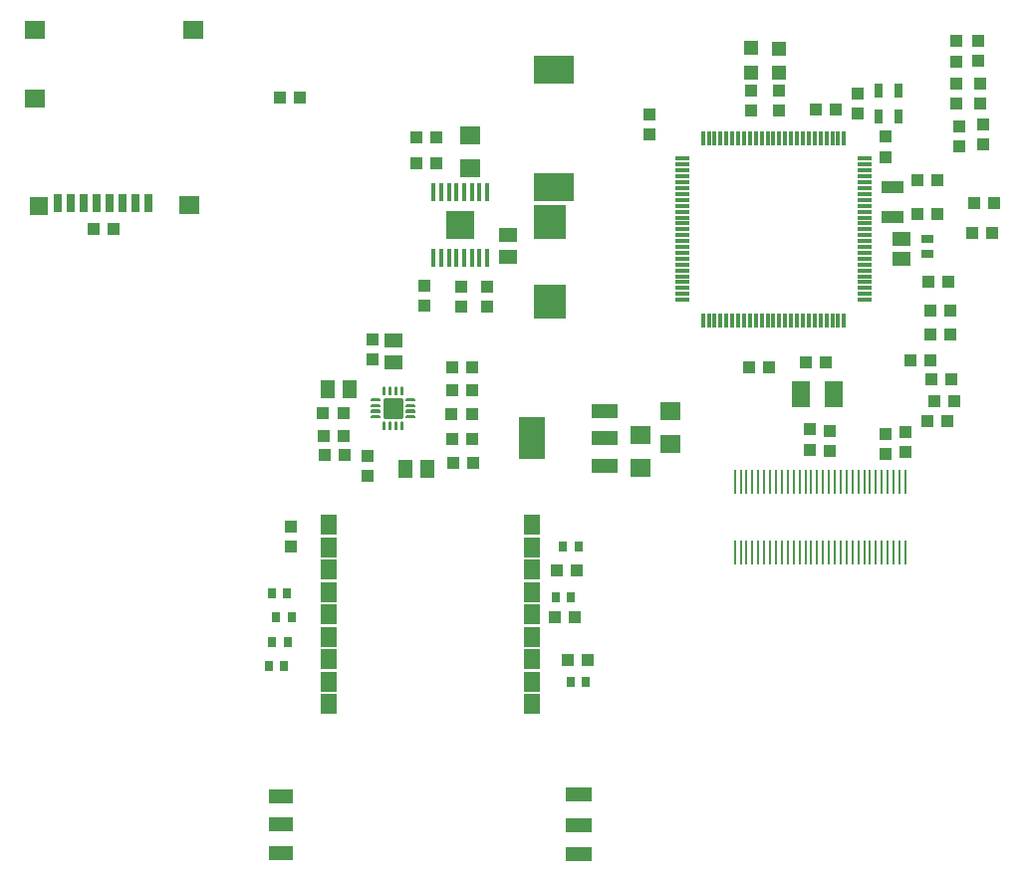
<source format=gtp>
G75*
G70*
%OFA0B0*%
%FSLAX24Y24*%
%IPPOS*%
%LPD*%
%AMOC8*
5,1,8,0,0,1.08239X$1,22.5*
%
%ADD10R,0.0394X0.0433*%
%ADD11R,0.0433X0.0394*%
%ADD12C,0.0083*%
%ADD13C,0.0167*%
%ADD14R,0.0512X0.0591*%
%ADD15R,0.0591X0.0512*%
%ADD16R,0.0118X0.0591*%
%ADD17R,0.0969X0.0969*%
%ADD18R,0.0709X0.0630*%
%ADD19R,0.1339X0.0945*%
%ADD20R,0.1063X0.1161*%
%ADD21R,0.0880X0.0480*%
%ADD22R,0.0866X0.1417*%
%ADD23R,0.0630X0.0866*%
%ADD24R,0.0492X0.0472*%
%ADD25R,0.0472X0.0126*%
%ADD26R,0.0126X0.0472*%
%ADD27R,0.0400X0.0250*%
%ADD28R,0.0748X0.0433*%
%ADD29R,0.0250X0.0500*%
%ADD30R,0.0551X0.0650*%
%ADD31R,0.0276X0.0354*%
%ADD32R,0.0098X0.0787*%
%ADD33R,0.0866X0.0472*%
%ADD34R,0.0787X0.0472*%
%ADD35R,0.0669X0.0591*%
%ADD36R,0.0315X0.0591*%
%ADD37R,0.0591X0.0591*%
D10*
X022624Y010945D03*
X023293Y010945D03*
X022870Y012378D03*
X022201Y012378D03*
X022251Y013942D03*
X022921Y013942D03*
X019455Y017549D03*
X018786Y017549D03*
X018766Y018329D03*
X019435Y018329D03*
X019415Y019169D03*
X018746Y019169D03*
X018766Y019969D03*
X019435Y019969D03*
X019435Y020749D03*
X018766Y020749D03*
X015115Y019189D03*
X014446Y019189D03*
X014466Y018429D03*
X015135Y018429D03*
X015175Y017809D03*
X014506Y017809D03*
X028697Y020723D03*
X029366Y020723D03*
X030600Y020908D03*
X031269Y020908D03*
X034083Y020955D03*
X034752Y020955D03*
X034784Y020320D03*
X035453Y020320D03*
X035564Y019608D03*
X034894Y019608D03*
X034677Y018952D03*
X035346Y018952D03*
X035435Y021852D03*
X034766Y021852D03*
X034755Y022630D03*
X035424Y022630D03*
X035363Y023605D03*
X034694Y023605D03*
X036168Y025230D03*
X036838Y025230D03*
X036903Y026237D03*
X036233Y026237D03*
X035013Y025883D03*
X034343Y025883D03*
X034335Y027015D03*
X035004Y027015D03*
X031587Y029367D03*
X030917Y029367D03*
X018234Y028425D03*
X017564Y028425D03*
X017564Y027565D03*
X018234Y027565D03*
X013658Y029762D03*
X012988Y029762D03*
D11*
X007436Y025375D03*
X006767Y025375D03*
X016101Y021683D03*
X016101Y021014D03*
X017819Y022810D03*
X019059Y022770D03*
X019059Y023440D03*
X017819Y023480D03*
X019939Y023440D03*
X019939Y022770D03*
X030727Y018655D03*
X031392Y018619D03*
X030727Y017986D03*
X031392Y017950D03*
X033252Y017844D03*
X033934Y017901D03*
X033934Y018571D03*
X033252Y018513D03*
X015941Y017783D03*
X015941Y017114D03*
X013357Y015392D03*
X013357Y014722D03*
X033249Y027785D03*
X033249Y028454D03*
X032336Y029229D03*
X032336Y029899D03*
X029710Y030000D03*
X028765Y029995D03*
X028765Y029326D03*
X029710Y029331D03*
X025372Y029194D03*
X025372Y028525D03*
X035639Y029580D03*
X036434Y029579D03*
X036434Y030248D03*
X035639Y030250D03*
X035646Y030985D03*
X036353Y031016D03*
X036353Y031685D03*
X035646Y031655D03*
X035724Y028819D03*
X036537Y028858D03*
X036537Y028188D03*
X035724Y028149D03*
D12*
X017487Y019682D02*
X017235Y019682D01*
X017487Y019682D02*
X017487Y019646D01*
X017235Y019646D01*
X017235Y019682D01*
X017235Y019485D02*
X017487Y019485D01*
X017487Y019449D01*
X017235Y019449D01*
X017235Y019485D01*
X017235Y019288D02*
X017487Y019288D01*
X017487Y019252D01*
X017235Y019252D01*
X017235Y019288D01*
X017235Y019091D02*
X017487Y019091D01*
X017487Y019055D01*
X017235Y019055D01*
X017235Y019091D01*
X017094Y018914D02*
X017094Y018662D01*
X017058Y018662D01*
X017058Y018914D01*
X017094Y018914D01*
X017094Y018744D02*
X017058Y018744D01*
X017058Y018826D02*
X017094Y018826D01*
X017094Y018908D02*
X017058Y018908D01*
X016897Y018914D02*
X016897Y018662D01*
X016861Y018662D01*
X016861Y018914D01*
X016897Y018914D01*
X016897Y018744D02*
X016861Y018744D01*
X016861Y018826D02*
X016897Y018826D01*
X016897Y018908D02*
X016861Y018908D01*
X016700Y018914D02*
X016700Y018662D01*
X016664Y018662D01*
X016664Y018914D01*
X016700Y018914D01*
X016700Y018744D02*
X016664Y018744D01*
X016664Y018826D02*
X016700Y018826D01*
X016700Y018908D02*
X016664Y018908D01*
X016504Y018914D02*
X016504Y018662D01*
X016468Y018662D01*
X016468Y018914D01*
X016504Y018914D01*
X016504Y018744D02*
X016468Y018744D01*
X016468Y018826D02*
X016504Y018826D01*
X016504Y018908D02*
X016468Y018908D01*
X016326Y019055D02*
X016074Y019055D01*
X016074Y019091D01*
X016326Y019091D01*
X016326Y019055D01*
X016326Y019252D02*
X016074Y019252D01*
X016074Y019288D01*
X016326Y019288D01*
X016326Y019252D01*
X016326Y019449D02*
X016074Y019449D01*
X016074Y019485D01*
X016326Y019485D01*
X016326Y019449D01*
X016326Y019646D02*
X016074Y019646D01*
X016074Y019682D01*
X016326Y019682D01*
X016326Y019646D01*
X016468Y019823D02*
X016468Y020075D01*
X016504Y020075D01*
X016504Y019823D01*
X016468Y019823D01*
X016468Y019905D02*
X016504Y019905D01*
X016504Y019987D02*
X016468Y019987D01*
X016468Y020069D02*
X016504Y020069D01*
X016664Y020075D02*
X016664Y019823D01*
X016664Y020075D02*
X016700Y020075D01*
X016700Y019823D01*
X016664Y019823D01*
X016664Y019905D02*
X016700Y019905D01*
X016700Y019987D02*
X016664Y019987D01*
X016664Y020069D02*
X016700Y020069D01*
X016861Y020075D02*
X016861Y019823D01*
X016861Y020075D02*
X016897Y020075D01*
X016897Y019823D01*
X016861Y019823D01*
X016861Y019905D02*
X016897Y019905D01*
X016897Y019987D02*
X016861Y019987D01*
X016861Y020069D02*
X016897Y020069D01*
X017058Y020075D02*
X017058Y019823D01*
X017058Y020075D02*
X017094Y020075D01*
X017094Y019823D01*
X017058Y019823D01*
X017058Y019905D02*
X017094Y019905D01*
X017094Y019987D02*
X017058Y019987D01*
X017058Y020069D02*
X017094Y020069D01*
D13*
X017032Y019620D02*
X016530Y019620D01*
X017032Y019620D02*
X017032Y019118D01*
X016530Y019118D01*
X016530Y019620D01*
X016530Y019284D02*
X017032Y019284D01*
X017032Y019450D02*
X016530Y019450D01*
X016530Y019616D02*
X017032Y019616D01*
D14*
X015335Y019989D03*
X014587Y019989D03*
X017187Y017349D03*
X017935Y017349D03*
D15*
X016801Y020895D03*
X016801Y021643D03*
X020639Y024431D03*
X020639Y025179D03*
X033810Y025025D03*
X033810Y024356D03*
D16*
X019927Y024403D03*
X019671Y024403D03*
X019415Y024403D03*
X019159Y024403D03*
X018903Y024403D03*
X018647Y024403D03*
X018391Y024403D03*
X018135Y024403D03*
X018135Y026607D03*
X018391Y026607D03*
X018647Y026607D03*
X018903Y026607D03*
X019159Y026607D03*
X019415Y026607D03*
X019671Y026607D03*
X019927Y026607D03*
D17*
X019031Y025505D03*
D18*
X019359Y027394D03*
X019359Y028496D03*
X026069Y019278D03*
X025063Y018468D03*
X026069Y018176D03*
X025063Y017365D03*
D19*
X022179Y026776D03*
X022179Y030713D03*
D20*
X022019Y025594D03*
X022019Y022936D03*
D21*
X023859Y019272D03*
X023859Y018362D03*
X023859Y017452D03*
D22*
X021418Y018362D03*
D23*
X030438Y019847D03*
X031540Y019847D03*
D24*
X029694Y030588D03*
X028750Y030595D03*
X028750Y031422D03*
X029694Y031415D03*
D25*
X032564Y027721D03*
X032564Y027524D03*
X032564Y027327D03*
X032564Y027130D03*
X032564Y026933D03*
X032564Y026736D03*
X032564Y026539D03*
X032564Y026343D03*
X032564Y026146D03*
X032564Y025949D03*
X032564Y025752D03*
X032564Y025555D03*
X032564Y025358D03*
X032564Y025162D03*
X032564Y024965D03*
X032564Y024768D03*
X032564Y024571D03*
X032564Y024374D03*
X032564Y024177D03*
X032564Y023980D03*
X032564Y023784D03*
X032564Y023587D03*
X032564Y023390D03*
X032564Y023193D03*
X032564Y022996D03*
X026462Y022996D03*
X026462Y023193D03*
X026462Y023390D03*
X026462Y023587D03*
X026462Y023784D03*
X026462Y023980D03*
X026462Y024177D03*
X026462Y024374D03*
X026462Y024571D03*
X026462Y024768D03*
X026462Y024965D03*
X026462Y025162D03*
X026462Y025358D03*
X026462Y025555D03*
X026462Y025752D03*
X026462Y025949D03*
X026462Y026146D03*
X026462Y026343D03*
X026462Y026539D03*
X026462Y026736D03*
X026462Y026933D03*
X026462Y027130D03*
X026462Y027327D03*
X026462Y027524D03*
X026462Y027721D03*
D26*
X027151Y028410D03*
X027348Y028410D03*
X027545Y028410D03*
X027741Y028410D03*
X027938Y028410D03*
X028135Y028410D03*
X028332Y028410D03*
X028529Y028410D03*
X028726Y028410D03*
X028923Y028410D03*
X029119Y028410D03*
X029316Y028410D03*
X029513Y028410D03*
X029710Y028410D03*
X029907Y028410D03*
X030104Y028410D03*
X030301Y028410D03*
X030497Y028410D03*
X030694Y028410D03*
X030891Y028410D03*
X031088Y028410D03*
X031285Y028410D03*
X031482Y028410D03*
X031679Y028410D03*
X031875Y028410D03*
X031875Y022307D03*
X031679Y022307D03*
X031482Y022307D03*
X031285Y022307D03*
X031088Y022307D03*
X030891Y022307D03*
X030694Y022307D03*
X030497Y022307D03*
X030301Y022307D03*
X030104Y022307D03*
X029907Y022307D03*
X029710Y022307D03*
X029513Y022307D03*
X029316Y022307D03*
X029119Y022307D03*
X028923Y022307D03*
X028726Y022307D03*
X028529Y022307D03*
X028332Y022307D03*
X028135Y022307D03*
X027938Y022307D03*
X027741Y022307D03*
X027545Y022307D03*
X027348Y022307D03*
X027151Y022307D03*
D27*
X034659Y024534D03*
X034659Y025034D03*
D28*
X033504Y025770D03*
X033504Y026754D03*
D29*
X033680Y029141D03*
X033020Y029141D03*
X033020Y030001D03*
X033680Y030001D03*
D30*
X021429Y015455D03*
X021428Y014711D03*
X021428Y013962D03*
X021429Y013214D03*
X021427Y012463D03*
X021428Y011717D03*
X021428Y010964D03*
X021428Y010215D03*
X021428Y009466D03*
X014620Y009471D03*
X014621Y010215D03*
X014621Y010964D03*
X014620Y011712D03*
X014622Y012463D03*
X014621Y013209D03*
X014621Y013962D03*
X014621Y014711D03*
X014621Y015460D03*
D31*
X013246Y013171D03*
X012734Y013171D03*
X012877Y012379D03*
X013389Y012379D03*
X013250Y011521D03*
X012738Y011521D03*
X012631Y010740D03*
X013143Y010740D03*
X022230Y013024D03*
X022742Y013024D03*
X022991Y014736D03*
X022479Y014736D03*
X022725Y010195D03*
X023237Y010195D03*
D32*
X028217Y014546D03*
X028414Y014546D03*
X028611Y014546D03*
X028808Y014546D03*
X029005Y014546D03*
X029202Y014546D03*
X029399Y014546D03*
X029595Y014546D03*
X029792Y014546D03*
X029989Y014546D03*
X030186Y014546D03*
X030383Y014546D03*
X030580Y014546D03*
X030776Y014546D03*
X030973Y014546D03*
X031170Y014546D03*
X031367Y014546D03*
X031564Y014546D03*
X031761Y014546D03*
X031958Y014546D03*
X032154Y014546D03*
X032351Y014546D03*
X032548Y014546D03*
X032745Y014546D03*
X032942Y014546D03*
X033139Y014546D03*
X033336Y014546D03*
X033532Y014546D03*
X033729Y014546D03*
X033729Y014546D03*
X033926Y014546D03*
X033926Y016908D03*
X033729Y016908D03*
X033729Y016908D03*
X033532Y016908D03*
X033336Y016908D03*
X033139Y016908D03*
X032942Y016908D03*
X032745Y016908D03*
X032548Y016908D03*
X032351Y016908D03*
X032154Y016908D03*
X031958Y016908D03*
X031761Y016908D03*
X031564Y016908D03*
X031367Y016908D03*
X031170Y016908D03*
X030973Y016908D03*
X030776Y016908D03*
X030580Y016908D03*
X030383Y016908D03*
X030186Y016908D03*
X029989Y016908D03*
X029792Y016908D03*
X029595Y016908D03*
X029399Y016908D03*
X029202Y016908D03*
X029005Y016908D03*
X028808Y016908D03*
X028611Y016908D03*
X028414Y016908D03*
X028217Y016908D03*
D33*
X022987Y006431D03*
X023003Y005408D03*
X022987Y004443D03*
D34*
X013046Y004475D03*
X013038Y005435D03*
X013038Y006365D03*
D35*
X009978Y026170D03*
X004781Y029749D03*
X004781Y032052D03*
X010096Y032052D03*
D36*
X008581Y026241D03*
X008148Y026241D03*
X007714Y026241D03*
X007281Y026241D03*
X006848Y026241D03*
X006415Y026241D03*
X005982Y026241D03*
X005549Y026241D03*
D37*
X004940Y026128D03*
M02*

</source>
